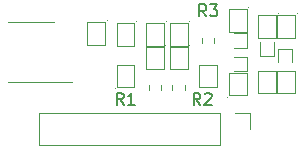
<source format=gbr>
%TF.GenerationSoftware,KiCad,Pcbnew,7.0.8*%
%TF.CreationDate,2024-06-12T14:08:57-04:00*%
%TF.ProjectId,Discrete_Opamp,44697363-7265-4746-955f-4f70616d702e,rev?*%
%TF.SameCoordinates,Original*%
%TF.FileFunction,Legend,Top*%
%TF.FilePolarity,Positive*%
%FSLAX46Y46*%
G04 Gerber Fmt 4.6, Leading zero omitted, Abs format (unit mm)*
G04 Created by KiCad (PCBNEW 7.0.8) date 2024-06-12 14:08:57*
%MOMM*%
%LPD*%
G01*
G04 APERTURE LIST*
%ADD10C,0.150000*%
%ADD11C,0.100000*%
%ADD12C,0.120000*%
G04 APERTURE END LIST*
D10*
X39833333Y-41954819D02*
X39500000Y-41478628D01*
X39261905Y-41954819D02*
X39261905Y-40954819D01*
X39261905Y-40954819D02*
X39642857Y-40954819D01*
X39642857Y-40954819D02*
X39738095Y-41002438D01*
X39738095Y-41002438D02*
X39785714Y-41050057D01*
X39785714Y-41050057D02*
X39833333Y-41145295D01*
X39833333Y-41145295D02*
X39833333Y-41288152D01*
X39833333Y-41288152D02*
X39785714Y-41383390D01*
X39785714Y-41383390D02*
X39738095Y-41431009D01*
X39738095Y-41431009D02*
X39642857Y-41478628D01*
X39642857Y-41478628D02*
X39261905Y-41478628D01*
X40166667Y-40954819D02*
X40785714Y-40954819D01*
X40785714Y-40954819D02*
X40452381Y-41335771D01*
X40452381Y-41335771D02*
X40595238Y-41335771D01*
X40595238Y-41335771D02*
X40690476Y-41383390D01*
X40690476Y-41383390D02*
X40738095Y-41431009D01*
X40738095Y-41431009D02*
X40785714Y-41526247D01*
X40785714Y-41526247D02*
X40785714Y-41764342D01*
X40785714Y-41764342D02*
X40738095Y-41859580D01*
X40738095Y-41859580D02*
X40690476Y-41907200D01*
X40690476Y-41907200D02*
X40595238Y-41954819D01*
X40595238Y-41954819D02*
X40309524Y-41954819D01*
X40309524Y-41954819D02*
X40214286Y-41907200D01*
X40214286Y-41907200D02*
X40166667Y-41859580D01*
X39333333Y-49454819D02*
X39000000Y-48978628D01*
X38761905Y-49454819D02*
X38761905Y-48454819D01*
X38761905Y-48454819D02*
X39142857Y-48454819D01*
X39142857Y-48454819D02*
X39238095Y-48502438D01*
X39238095Y-48502438D02*
X39285714Y-48550057D01*
X39285714Y-48550057D02*
X39333333Y-48645295D01*
X39333333Y-48645295D02*
X39333333Y-48788152D01*
X39333333Y-48788152D02*
X39285714Y-48883390D01*
X39285714Y-48883390D02*
X39238095Y-48931009D01*
X39238095Y-48931009D02*
X39142857Y-48978628D01*
X39142857Y-48978628D02*
X38761905Y-48978628D01*
X39714286Y-48550057D02*
X39761905Y-48502438D01*
X39761905Y-48502438D02*
X39857143Y-48454819D01*
X39857143Y-48454819D02*
X40095238Y-48454819D01*
X40095238Y-48454819D02*
X40190476Y-48502438D01*
X40190476Y-48502438D02*
X40238095Y-48550057D01*
X40238095Y-48550057D02*
X40285714Y-48645295D01*
X40285714Y-48645295D02*
X40285714Y-48740533D01*
X40285714Y-48740533D02*
X40238095Y-48883390D01*
X40238095Y-48883390D02*
X39666667Y-49454819D01*
X39666667Y-49454819D02*
X40285714Y-49454819D01*
X32833333Y-49454819D02*
X32500000Y-48978628D01*
X32261905Y-49454819D02*
X32261905Y-48454819D01*
X32261905Y-48454819D02*
X32642857Y-48454819D01*
X32642857Y-48454819D02*
X32738095Y-48502438D01*
X32738095Y-48502438D02*
X32785714Y-48550057D01*
X32785714Y-48550057D02*
X32833333Y-48645295D01*
X32833333Y-48645295D02*
X32833333Y-48788152D01*
X32833333Y-48788152D02*
X32785714Y-48883390D01*
X32785714Y-48883390D02*
X32738095Y-48931009D01*
X32738095Y-48931009D02*
X32642857Y-48978628D01*
X32642857Y-48978628D02*
X32261905Y-48978628D01*
X33785714Y-49454819D02*
X33214286Y-49454819D01*
X33500000Y-49454819D02*
X33500000Y-48454819D01*
X33500000Y-48454819D02*
X33404762Y-48597676D01*
X33404762Y-48597676D02*
X33309524Y-48692914D01*
X33309524Y-48692914D02*
X33214286Y-48740533D01*
D11*
%TO.C,Q12*%
X43250000Y-48640000D02*
X41750000Y-48640000D01*
X41750000Y-48640000D02*
X41750000Y-46740000D01*
X41750000Y-46740000D02*
X43250000Y-46740000D01*
X43250000Y-46740000D02*
X43250000Y-48640000D01*
X41650000Y-48790000D02*
G75*
G03*
X41650000Y-48790000I-50000J0D01*
G01*
D12*
%TO.C,R3*%
X40522500Y-43762742D02*
X40522500Y-44237258D01*
X39477500Y-43762742D02*
X39477500Y-44237258D01*
D11*
%TO.C,Q7*%
X36750000Y-44550000D02*
X38250000Y-44550000D01*
X38250000Y-44550000D02*
X38250000Y-46450000D01*
X38250000Y-46450000D02*
X36750000Y-46450000D01*
X36750000Y-46450000D02*
X36750000Y-44550000D01*
X38450000Y-44400000D02*
G75*
G03*
X38450000Y-44400000I-50000J0D01*
G01*
D12*
%TO.C,J1*%
X43570000Y-50170000D02*
X43570000Y-51500000D01*
X42240000Y-50170000D02*
X43570000Y-50170000D01*
X40970000Y-50170000D02*
X25670000Y-50170000D01*
X40970000Y-50170000D02*
X40970000Y-52830000D01*
X25670000Y-50170000D02*
X25670000Y-52830000D01*
X40970000Y-52830000D02*
X25670000Y-52830000D01*
D11*
%TO.C,Q5*%
X36750000Y-42550000D02*
X38250000Y-42550000D01*
X38250000Y-42550000D02*
X38250000Y-44450000D01*
X38250000Y-44450000D02*
X36750000Y-44450000D01*
X36750000Y-44450000D02*
X36750000Y-42550000D01*
X38450000Y-42400000D02*
G75*
G03*
X38450000Y-42400000I-50000J0D01*
G01*
%TO.C,Q1*%
X29750000Y-42470000D02*
X31250000Y-42470000D01*
X31250000Y-42470000D02*
X31250000Y-44370000D01*
X31250000Y-44370000D02*
X29750000Y-44370000D01*
X29750000Y-44370000D02*
X29750000Y-42470000D01*
X31450000Y-42320000D02*
G75*
G03*
X31450000Y-42320000I-50000J0D01*
G01*
D12*
%TO.C,U1*%
X25000000Y-47560000D02*
X28450000Y-47560000D01*
X25000000Y-47560000D02*
X23050000Y-47560000D01*
X25000000Y-42440000D02*
X26950000Y-42440000D01*
X25000000Y-42440000D02*
X23050000Y-42440000D01*
D11*
%TO.C,Q3*%
X32250000Y-42550000D02*
X33750000Y-42550000D01*
X33750000Y-42550000D02*
X33750000Y-44450000D01*
X33750000Y-44450000D02*
X32250000Y-44450000D01*
X32250000Y-44450000D02*
X32250000Y-42550000D01*
X33950000Y-42400000D02*
G75*
G03*
X33950000Y-42400000I-50000J0D01*
G01*
D12*
%TO.C,R2*%
X38022500Y-47762742D02*
X38022500Y-48237258D01*
X36977500Y-47762742D02*
X36977500Y-48237258D01*
D11*
%TO.C,Q2*%
X33750000Y-47950000D02*
X32250000Y-47950000D01*
X32250000Y-47950000D02*
X32250000Y-46050000D01*
X32250000Y-46050000D02*
X33750000Y-46050000D01*
X33750000Y-46050000D02*
X33750000Y-47950000D01*
X32150000Y-48100000D02*
G75*
G03*
X32150000Y-48100000I-50000J0D01*
G01*
%TO.C,Q18*%
X45850000Y-41860000D02*
X47350000Y-41860000D01*
X47350000Y-41860000D02*
X47350000Y-43760000D01*
X47350000Y-43760000D02*
X45850000Y-43760000D01*
X45850000Y-43760000D02*
X45850000Y-41860000D01*
X47550000Y-41710000D02*
G75*
G03*
X47550000Y-41710000I-50000J0D01*
G01*
D12*
%TO.C,R1*%
X36022500Y-47762742D02*
X36022500Y-48237258D01*
X34977500Y-47762742D02*
X34977500Y-48237258D01*
%TO.C,Q9*%
X43310000Y-46610000D02*
X42150000Y-46610000D01*
X43310000Y-45390000D02*
X43310000Y-46610000D01*
X42150000Y-45390000D02*
X43310000Y-45390000D01*
%TO.C,Q14*%
X47110000Y-44690000D02*
X47110000Y-45850000D01*
X45890000Y-44690000D02*
X47110000Y-44690000D01*
X45890000Y-45850000D02*
X45890000Y-44690000D01*
D11*
%TO.C,Q15*%
X45750000Y-48450000D02*
X44250000Y-48450000D01*
X44250000Y-48450000D02*
X44250000Y-46550000D01*
X44250000Y-46550000D02*
X45750000Y-46550000D01*
X45750000Y-46550000D02*
X45750000Y-48450000D01*
X44150000Y-48600000D02*
G75*
G03*
X44150000Y-48600000I-50000J0D01*
G01*
%TO.C,Q4*%
X34750000Y-42550000D02*
X36250000Y-42550000D01*
X36250000Y-42550000D02*
X36250000Y-44450000D01*
X36250000Y-44450000D02*
X34750000Y-44450000D01*
X34750000Y-44450000D02*
X34750000Y-42550000D01*
X36450000Y-42400000D02*
G75*
G03*
X36450000Y-42400000I-50000J0D01*
G01*
D12*
%TO.C,Q10*%
X43310000Y-44610000D02*
X42150000Y-44610000D01*
X43310000Y-43390000D02*
X43310000Y-44610000D01*
X42150000Y-43390000D02*
X43310000Y-43390000D01*
D11*
%TO.C,Q11*%
X41750000Y-41360000D02*
X43250000Y-41360000D01*
X43250000Y-41360000D02*
X43250000Y-43260000D01*
X43250000Y-43260000D02*
X41750000Y-43260000D01*
X41750000Y-43260000D02*
X41750000Y-41360000D01*
X43450000Y-41210000D02*
G75*
G03*
X43450000Y-41210000I-50000J0D01*
G01*
%TO.C,Q8*%
X40750000Y-47950000D02*
X39250000Y-47950000D01*
X39250000Y-47950000D02*
X39250000Y-46050000D01*
X39250000Y-46050000D02*
X40750000Y-46050000D01*
X40750000Y-46050000D02*
X40750000Y-47950000D01*
X39150000Y-48100000D02*
G75*
G03*
X39150000Y-48100000I-50000J0D01*
G01*
%TO.C,Q6*%
X34750000Y-44550000D02*
X36250000Y-44550000D01*
X36250000Y-44550000D02*
X36250000Y-46450000D01*
X36250000Y-46450000D02*
X34750000Y-46450000D01*
X34750000Y-46450000D02*
X34750000Y-44550000D01*
X36450000Y-44400000D02*
G75*
G03*
X36450000Y-44400000I-50000J0D01*
G01*
%TO.C,Q17*%
X44250000Y-41860000D02*
X45750000Y-41860000D01*
X45750000Y-41860000D02*
X45750000Y-43760000D01*
X45750000Y-43760000D02*
X44250000Y-43760000D01*
X44250000Y-43760000D02*
X44250000Y-41860000D01*
X45950000Y-41710000D02*
G75*
G03*
X45950000Y-41710000I-50000J0D01*
G01*
D12*
%TO.C,Q13*%
X44390000Y-45310000D02*
X44390000Y-44150000D01*
X45610000Y-45310000D02*
X44390000Y-45310000D01*
X45610000Y-44150000D02*
X45610000Y-45310000D01*
D11*
%TO.C,Q16*%
X47350000Y-48450000D02*
X45850000Y-48450000D01*
X45850000Y-48450000D02*
X45850000Y-46550000D01*
X45850000Y-46550000D02*
X47350000Y-46550000D01*
X47350000Y-46550000D02*
X47350000Y-48450000D01*
X45750000Y-48600000D02*
G75*
G03*
X45750000Y-48600000I-50000J0D01*
G01*
%TD*%
M02*

</source>
